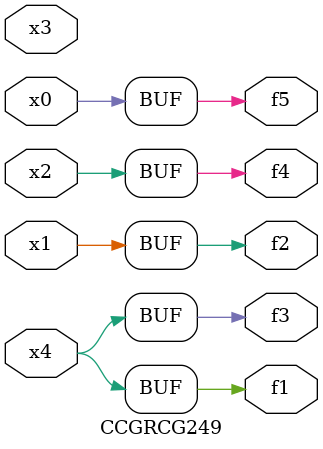
<source format=v>
module CCGRCG249(
	input x0, x1, x2, x3, x4,
	output f1, f2, f3, f4, f5
);
	assign f1 = x4;
	assign f2 = x1;
	assign f3 = x4;
	assign f4 = x2;
	assign f5 = x0;
endmodule

</source>
